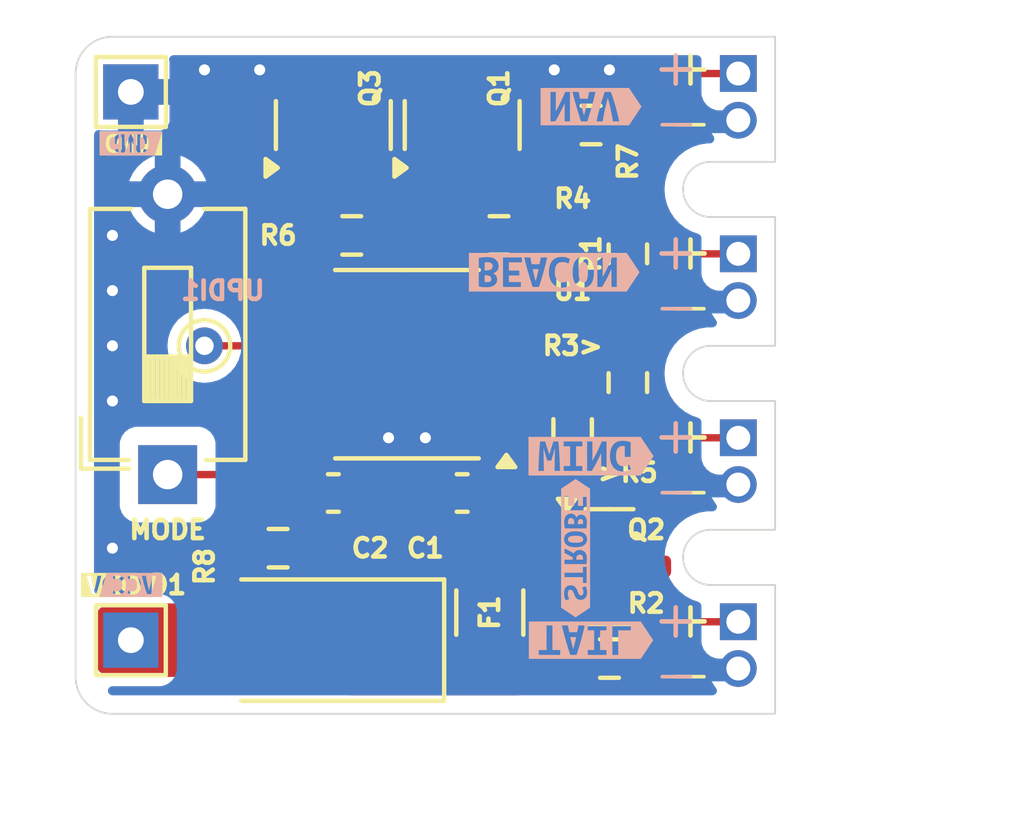
<source format=kicad_pcb>
(kicad_pcb (version 20240108) (generator "pcbnew") (generator_version "8.0")
  (layers (0 "F.Cu" signal) (31 "B.Cu" signal) (34 "B.Paste" user) (35 "F.Paste" user) (36 "B.SilkS" user "B.Silkscreen") (37 "F.SilkS" user "F.Silkscreen") (38 "B.Mask" user) (39 "F.Mask" user) (44 "Edge.Cuts" user))
  (net 0 "")
  (net 1 "-BATT")
  (net 2 "VCC")
  (net 3 "+BATT")
  (net 4 "Beacon")
  (net 5 "S_tail")
  (net 6 "S_wing")
  (net 7 "Net-(Q1-B)")
  (net 8 "Net-(Q1-E)")
  (net 9 "Net-(Q2-E)")
  (net 10 "Net-(Q2-B)")
  (net 11 "Net-(Q3-B)")
  (net 12 "Net-(Q3-E)")
  (net 13 "Net-(U1-PA6)")
  (net 14 "Mode")
  (net 15 "Net-(U1-PA1)")
  (net 16 "Net-(U1-PA7)")
  (net 18 "Net-(D1-K)")
  (net 19 "Net-(J1-Pin_1)")
  (net 20 "Net-(U1-~{RESET}{slash}PA0)")
  (footprint "Package_TO_SOT_SMD:SOT-23" (layer "F.Cu") (at 70.5 95 90)
    (property "Reference" "Q3" (at 1 1 90) (layer "F.SilkS") (effects (font (size 0.5 0.5) (thickness 0.125))))
    (property "Value" "BC817")
    (pad "1" smd roundrect (at -0.9375 -0.95 90) (size 1.475 0.6) (layers "F.Cu" "F.Paste" "F.Mask") (net 11 "Net-(Q3-B)"))
    (pad "2" smd roundrect (at -0.9375 0.95 90) (size 1.475 0.6) (layers "F.Cu" "F.Paste" "F.Mask") (net 12 "Net-(Q3-E)"))
    (pad "3" smd roundrect (at 0.9375 0 90) (size 1.475 0.6) (layers "F.Cu" "F.Paste" "F.Mask") (net 2 "VCC"))
  )
  (footprint "Resistor_SMD:R_0603_1608Metric_Pad0.98x0.95mm_HandSolder" (layer "F.Cu") (at 69 106.5 180)
    (property "Reference" "R8" (at 2 -0.5 90) (layer "F.SilkS") (effects (font (size 0.5 0.5) (thickness 0.125))))
    (property "Value" "R")
    (pad "1" smd roundrect (at -0.9125 0 180) (size 0.975 0.95) (layers "F.Cu" "F.Paste" "F.Mask") (net 2 "VCC"))
    (pad "2" smd roundrect (at 0.9125 0 180) (size 0.975 0.95) (layers "F.Cu" "F.Paste" "F.Mask") (net 14 "Mode"))
  )
  (footprint "Resistor_SMD:R_0603_1608Metric_Pad0.98x0.95mm_HandSolder" (layer "F.Cu") (at 78 109.5)
    (property "Reference" "R2" (at 1 -1.5 0) (layer "F.SilkS") (effects (font (size 0.5 0.5) (thickness 0.125))))
    (property "Value" "R")
    (pad "1" smd roundrect (at -0.9125 0) (size 0.975 0.95) (layers "F.Cu" "F.Paste" "F.Mask") (net 9 "Net-(Q2-E)"))
    (pad "2" smd roundrect (at 0.9125 0) (size 0.975 0.95) (layers "F.Cu" "F.Paste" "F.Mask") (net 5 "S_tail"))
  )
  (footprint "TestPoint:TestPoint_THTPad_1.5x1.5mm_Drill0.7mm" (layer "F.Cu") (at 65 94.1)
    (property "Reference" "GND" (hide yes))
    (property "Value" "TestPoint")
    (pad "1" thru_hole rect (at 0 0) (size 1.5 1.5) (drill 0.7) (layers "*.Cu" "*.Mask") (net 1 "-BATT"))
  )
  (footprint "Capacitor_SMD:C_0603_1608Metric_Pad1.08x0.95mm_HandSolder" (layer "F.Cu") (at 74 105 180)
    (property "Reference" "C1" (at 1 -1.5 0) (layer "F.SilkS") (effects (font (size 0.5 0.5) (thickness 0.125))))
    (property "Value" "100n")
    (pad "1" smd roundrect (at -0.8625 0 180) (size 1.075 0.95) (layers "F.Cu" "F.Paste" "F.Mask") (net 2 "VCC"))
    (pad "2" smd roundrect (at 0.8625 0 180) (size 1.075 0.95) (layers "F.Cu" "F.Paste" "F.Mask") (net 1 "-BATT"))
  )
  (footprint "Button_Switch_THT:SW_DIP_SPSTx01_Slide_6.7x4.1mm_W7.62mm_P2.54mm_LowProfile" (layer "F.Cu") (at 66 104.5 90)
    (property "Reference" "MODE" (at -1.5 0 180) (layer "F.SilkS") (effects (font (size 0.5 0.5) (thickness 0.125))))
    (property "Value" "SW_SPST")
    (pad "1" thru_hole rect (at 0 0 90) (size 1.6 1.6) (drill 0.8) (layers "*.Cu" "*.Mask") (net 14 "Mode"))
    (pad "2" thru_hole oval (at 7.62 0 90) (size 1.6 1.6) (drill 0.8) (layers "*.Cu" "*.Mask") (net 1 "-BATT"))
  )
  (footprint "Package_TO_SOT_SMD:SOT-23" (layer "F.Cu") (at 78 107)
    (property "Reference" "Q2" (at 1 -1 0) (layer "F.SilkS") (effects (font (size 0.5 0.5) (thickness 0.125))))
    (property "Value" "BC817")
    (pad "1" smd roundrect (at -0.9375 -0.95) (size 1.475 0.6) (layers "F.Cu" "F.Paste" "F.Mask") (net 10 "Net-(Q2-B)"))
    (pad "2" smd roundrect (at -0.9375 0.95) (size 1.475 0.6) (layers "F.Cu" "F.Paste" "F.Mask") (net 9 "Net-(Q2-E)"))
    (pad "3" smd roundrect (at 0.9375 0) (size 1.475 0.6) (layers "F.Cu" "F.Paste" "F.Mask") (net 2 "VCC"))
  )
  (footprint "kibuzzard-67A24956" (layer "F.Cu") (at 64.5 107.5)
    (property "Reference" "kibuzzard-67A24956" (hide yes))
    (property "Value" "G***" (hide yes))
  )
  (footprint "Connector_PinHeader_1.27mm:PinHeader_1x02_P1.27mm_Vertical" (layer "F.Cu") (at 81.5 103.5)
    (property "Reference" "J4" (hide yes))
    (property "Value" "Conn_01x02")
    (pad "1" thru_hole rect (at 0 0) (size 1 1) (drill 0.65) (layers "*.Cu" "*.Mask") (net 6 "S_wing"))
    (pad "2" thru_hole oval (at 0 1.27) (size 1 1) (drill 0.65) (layers "*.Cu" "*.Mask") (net 1 "-BATT"))
  )
  (footprint "Resistor_SMD:R_0603_1608Metric_Pad0.98x0.95mm_HandSolder" (layer "F.Cu") (at 77.5 95)
    (property "Reference" "R7" (at 1 1 90) (layer "F.SilkS") (effects (font (size 0.5 0.5) (thickness 0.125))))
    (property "Value" "R")
    (pad "1" smd roundrect (at -0.9125 0) (size 0.975 0.95) (layers "F.Cu" "F.Paste" "F.Mask") (net 2 "VCC"))
    (pad "2" smd roundrect (at 0.9125 0) (size 0.975 0.95) (layers "F.Cu" "F.Paste" "F.Mask") (net 19 "Net-(J1-Pin_1)"))
  )
  (footprint "Resistor_SMD:R_0603_1608Metric_Pad0.98x0.95mm_HandSolder" (layer "F.Cu") (at 78.5 102 -90)
    (property "Reference" "R3>" (at -1 1.5 180) (layer "F.SilkS") (effects (font (size 0.5 0.5) (thickness 0.125))))
    (property "Value" "R")
    (pad "1" smd roundrect (at -0.9125 0 270) (size 0.975 0.95) (layers "F.Cu" "F.Paste" "F.Mask") (net 12 "Net-(Q3-E)"))
    (pad "2" smd roundrect (at 0.9125 0 270) (size 0.975 0.95) (layers "F.Cu" "F.Paste" "F.Mask") (net 6 "S_wing"))
  )
  (footprint "Resistor_SMD:R_0603_1608Metric_Pad0.98x0.95mm_HandSolder" (layer "F.Cu") (at 75 98 180)
    (property "Reference" "R4" (at -2 1 0) (layer "F.SilkS") (effects (font (size 0.5 0.5) (thickness 0.125))))
    (property "Value" "R")
    (pad "1" smd roundrect (at -0.9125 0 180) (size 0.975 0.95) (layers "F.Cu" "F.Paste" "F.Mask") (net 15 "Net-(U1-PA1)"))
    (pad "2" smd roundrect (at 0.9125 0 180) (size 0.975 0.95) (layers "F.Cu" "F.Paste" "F.Mask") (net 7 "Net-(Q1-B)"))
  )
  (footprint "Resistor_SMD:R_0603_1608Metric_Pad0.98x0.95mm_HandSolder" (layer "F.Cu") (at 71 98 180)
    (property "Reference" "R6" (at 2 0 0) (layer "F.SilkS") (effects (font (size 0.5 0.5) (thickness 0.125))))
    (property "Value" "R")
    (pad "1" smd roundrect (at -0.9125 0 180) (size 0.975 0.95) (layers "F.Cu" "F.Paste" "F.Mask") (net 16 "Net-(U1-PA7)"))
    (pad "2" smd roundrect (at 0.9125 0 180) (size 0.975 0.95) (layers "F.Cu" "F.Paste" "F.Mask") (net 11 "Net-(Q3-B)"))
  )
  (footprint "Connector_PinHeader_1.27mm:PinHeader_1x02_P1.27mm_Vertical" (layer "F.Cu") (at 81.5 93.6)
    (property "Reference" "J1" (hide yes))
    (property "Value" "Conn_01x02")
    (pad "1" thru_hole rect (at 0 0) (size 1 1) (drill 0.65) (layers "*.Cu" "*.Mask") (net 19 "Net-(J1-Pin_1)"))
    (pad "2" thru_hole oval (at 0 1.27) (size 1 1) (drill 0.65) (layers "*.Cu" "*.Mask") (net 1 "-BATT"))
  )
  (footprint "Diode_SMD:D_SMA" (layer "F.Cu") (at 70 109 180)
    (property "Reference" "D1" (at 4 1.5 180) (layer "F.SilkS") (effects (font (size 0.5 0.5) (thickness 0.125))))
    (property "Value" "D")
    (pad "1" smd roundrect (at -2 0 180) (size 2.5 1.8) (layers "F.Cu" "F.Paste" "F.Mask") (roundrect_rratio 0.1388888889) (net 18 "Net-(D1-K)"))
    (pad "2" smd roundrect (at 2 0 180) (size 2.5 1.8) (layers "F.Cu" "F.Paste" "F.Mask") (roundrect_rratio 0.1388888889) (net 3 "+BATT"))
  )
  (footprint "Package_SO:SOIC-8_3.9x4.9mm_P1.27mm" (layer "F.Cu") (at 72.5 101.5 180)
    (property "Reference" "U1" (at -4.5 2 0) (layer "F.SilkS") (effects (font (size 0.5 0.5) (thickness 0.125))))
    (property "Value" "ATtiny402-SS")
    (pad "1" smd roundrect (at -2.475 -1.905 180) (size 1.95 0.6) (layers "F.Cu" "F.Paste" "F.Mask") (net 2 "VCC"))
    (pad "2" smd roundrect (at -2.475 -0.635 180) (size 1.95 0.6) (layers "F.Cu" "F.Paste" "F.Mask") (net 13 "Net-(U1-PA6)"))
    (pad "3" smd roundrect (at -2.475 0.635 180) (size 1.95 0.6) (layers "F.Cu" "F.Paste" "F.Mask") (net 16 "Net-(U1-PA7)"))
    (pad "4" smd roundrect (at -2.475 1.905 180) (size 1.95 0.6) (layers "F.Cu" "F.Paste" "F.Mask") (net 15 "Net-(U1-PA1)"))
    (pad "5" smd roundrect (at 2.475 1.905 180) (size 1.95 0.6) (layers "F.Cu" "F.Paste" "F.Mask"))
    (pad "6" smd roundrect (at 2.475 0.635 180) (size 1.95 0.6) (layers "F.Cu" "F.Paste" "F.Mask") (net 20 "Net-(U1-~{RESET}{slash}PA0)"))
    (pad "7" smd roundrect (at 2.475 -0.635 180) (size 1.95 0.6) (layers "F.Cu" "F.Paste" "F.Mask") (net 14 "Mode"))
    (pad "8" smd roundrect (at 2.475 -1.905 180) (size 1.95 0.6) (layers "F.Cu" "F.Paste" "F.Mask") (net 1 "-BATT"))
  )
  (footprint "Connector_PinHeader_1.27mm:PinHeader_1x02_P1.27mm_Vertical" (layer "F.Cu") (at 81.5 98.5)
    (property "Reference" "J2" (hide yes))
    (property "Value" "Conn_01x02")
    (pad "1" thru_hole rect (at 0 0) (size 1 1) (drill 0.65) (layers "*.Cu" "*.Mask") (net 4 "Beacon"))
    (pad "2" thru_hole oval (at 0 1.27) (size 1 1) (drill 0.65) (layers "*.Cu" "*.Mask") (net 1 "-BATT"))
  )
  (footprint "Package_TO_SOT_SMD:SOT-23" (layer "F.Cu") (at 74 95 90)
    (property "Reference" "Q1" (at 1 1 90) (layer "F.SilkS") (effects (font (size 0.5 0.5) (thickness 0.125))))
    (property "Value" "BC817")
    (pad "1" smd roundrect (at -0.9375 -0.95 90) (size 1.475 0.6) (layers "F.Cu" "F.Paste" "F.Mask") (net 7 "Net-(Q1-B)"))
    (pad "2" smd roundrect (at -0.9375 0.95 90) (size 1.475 0.6) (layers "F.Cu" "F.Paste" "F.Mask") (net 8 "Net-(Q1-E)"))
    (pad "3" smd roundrect (at 0.9375 0 90) (size 1.475 0.6) (layers "F.Cu" "F.Paste" "F.Mask") (net 2 "VCC"))
  )
  (footprint "Resistor_SMD:R_0603_1608Metric_Pad0.98x0.95mm_HandSolder" (layer "F.Cu") (at 78.5 98.5 -90)
    (property "Reference" "R1" (at 0 1 90) (layer "F.SilkS") (effects (font (size 0.5 0.5) (thickness 0.125))))
    (property "Value" "R")
    (pad "1" smd roundrect (at -0.9125 0 270) (size 0.975 0.95) (layers "F.Cu" "F.Paste" "F.Mask") (net 8 "Net-(Q1-E)"))
    (pad "2" smd roundrect (at 0.9125 0 270) (size 0.975 0.95) (layers "F.Cu" "F.Paste" "F.Mask") (net 4 "Beacon"))
  )
  (footprint "Connector_PinHeader_1.27mm:PinHeader_1x02_P1.27mm_Vertical" (layer "F.Cu") (at 81.5 108.5)
    (property "Reference" "J3" (hide yes))
    (property "Value" "Conn_01x02")
    (pad "1" thru_hole rect (at 0 0) (size 1 1) (drill 0.65) (layers "*.Cu" "*.Mask") (net 5 "S_tail"))
    (pad "2" thru_hole oval (at 0 1.27) (size 1 1) (drill 0.65) (layers "*.Cu" "*.Mask") (net 1 "-BATT"))
  )
  (footprint "Capacitor_SMD:C_0603_1608Metric_Pad1.08x0.95mm_HandSolder" (layer "F.Cu") (at 70.5 105)
    (property "Reference" "C2" (at 1 1.5 0) (layer "F.SilkS") (effects (font (size 0.5 0.5) (thickness 0.125))))
    (property "Value" "100n")
    (pad "1" smd roundrect (at -0.8625 0) (size 1.075 0.95) (layers "F.Cu" "F.Paste" "F.Mask") (net 14 "Mode"))
    (pad "2" smd roundrect (at 0.8625 0) (size 1.075 0.95) (layers "F.Cu" "F.Paste" "F.Mask") (net 1 "-BATT"))
  )
  (footprint "kibuzzard-67A24964" (layer "F.Cu") (at 65 95.5 180)
    (property "Reference" "kibuzzard-67A24964" (hide yes))
    (property "Value" "G***" (hide yes))
  )
  (footprint "TestPoint:TestPoint_THTPad_1.5x1.5mm_Drill0.7mm" (layer "F.Cu") (at 65 109)
    (property "Reference" "VCC" (hide yes))
    (property "Value" "TestPoint")
    (pad "1" thru_hole rect (at 0 0) (size 1.5 1.5) (drill 0.7) (layers "*.Cu" "*.Mask") (net 3 "+BATT"))
  )
  (footprint "Fuse:Fuse_1206_3216Metric_Pad1.42x1.75mm_HandSolder" (layer "F.Cu") (at 74.75 108.25 90)
    (property "Reference" "F1" (at 0 0 90) (layer "F.SilkS") (effects (font (size 0.5 0.5) (thickness 0.125))))
    (property "Value" "Fuse_Small")
    (pad "1" smd roundrect (at -1.4875 0 90) (size 1.425 1.75) (layers "F.Cu" "F.Paste" "F.Mask") (roundrect_rratio 0.175439) (net 18 "Net-(D1-K)"))
    (pad "2" smd roundrect (at 1.4875 0 90) (size 1.425 1.75) (layers "F.Cu" "F.Paste" "F.Mask") (roundrect_rratio 0.175439) (net 2 "VCC"))
  )
  (footprint "TestPoint:TestPoint_THTPad_D1.0mm_Drill0.5mm" (layer "F.Cu") (at 67 101)
    (property "Reference" "UPDI1" (at 0.5 -1.5 -0) (layer "B.SilkS") (effects (font (size 0.5 0.5) (thickness 0.125)) (justify mirror)))
    (property "Value" "UPDI")
    (pad "1" thru_hole circle (at 0 0) (size 1 1) (drill 0.5) (layers "*.Cu" "*.Mask") (net 20 "Net-(U1-~{RESET}{slash}PA0)"))
  )
  (footprint "Resistor_SMD:R_0603_1608Metric_Pad0.98x0.95mm_HandSolder" (layer "F.Cu") (at 77 103.25 90)
    (property "Reference" ">R5" (at -1.195 1.5 180) (layer "F.SilkS") (effects (font (size 0.5 0.5) (thickness 0.125))))
    (property "Value" "R")
    (pad "1" smd roundrect (at -0.9125 0 90) (size 0.975 0.95) (layers "F.Cu" "F.Paste" "F.Mask") (net 10 "Net-(Q2-B)"))
    (pad "2" smd roundrect (at 0.9125 0 90) (size 0.975 0.95) (layers "F.Cu" "F.Paste" "F.Mask") (net 13 "Net-(U1-PA6)"))
  )
  (footprint "kibuzzard-67A24964" (layer "B.Cu") (at 65 95.5)
    (property "Reference" "kibuzzard-67A24964" (hide yes))
    (property "Value" "G***" (hide yes))
  )
  (footprint "kibuzzard-67A246AC" (layer "B.Cu") (at 77.5 94.5)
    (property "Reference" "kibuzzard-67A246AC" (hide yes))
    (property "Value" "G***" (hide yes))
  )
  (footprint "kibuzzard-67A246B4" (layer "B.Cu") (at 77.5 109)
    (property "Reference" "kibuzzard-67A246B4" (hide yes))
    (property "Value" "G***" (hide yes))
  )
  (footprint "kibuzzard-67A246BB" (layer "B.Cu") (at 77.5 104)
    (property "Reference" "kibuzzard-67A246BB" (hide yes))
    (property "Value" "G***" (hide yes))
  )
  (footprint "kibuzzard-67A2469A" (layer "B.Cu") (at 76.5 99)
    (property "Reference" "kibuzzard-67A2469A" (hide yes))
    (property "Value" "G***" (hide yes))
  )
  (footprint "kibuzzard-67A248CF" (layer "B.Cu") (at 77.08 106.5 90)
    (property "Reference" "kibuzzard-67A248CF" (hide yes))
    (property "Value" "G***" (hide yes))
  )
  (footprint "kibuzzard-67A24956" (layer "B.Cu") (at 65 107.5 180)
    (property "Reference" "kibuzzard-67A24956" (hide yes))
    (property "Value" "G***" (hide yes))
  )
  (gr_line (start 63.5 93.6) (end 63.5 110) (stroke (width 0.05)) (layer "Edge.Cuts"))
  (gr_line (start 82.5 111) (end 64.5 111) (stroke (width 0.05)) (layer "Edge.Cuts"))
  (gr_line (start 82.5 96) (end 80.75 96) (stroke (width 0.05)) (layer "Edge.Cuts"))
  (gr_line (start 64.5 92.6) (end 82.5 92.6) (stroke (width 0.05)) (layer "Edge.Cuts"))
  (gr_arc (start 64.5 111) (mid 63.792893 110.707107) (end 63.5 110) (stroke (width 0.05)) (layer "Edge.Cuts"))
  (gr_line (start 82.5 106) (end 80.75 106) (stroke (width 0.05)) (layer "Edge.Cuts"))
  (gr_line (start 80.75 97.5) (end 82.5 97.5) (stroke (width 0.05)) (layer "Edge.Cuts"))
  (gr_line (start 82.5 101) (end 80.75 101) (stroke (width 0.05)) (layer "Edge.Cuts"))
  (gr_arc (start 80.75 97.5) (mid 80 96.75) (end 80.75 96) (stroke (width 0.05)) (layer "Edge.Cuts"))
  (gr_arc (start 80.75 102.5) (mid 80 101.75) (end 80.75 101) (stroke (width 0.05)) (layer "Edge.Cuts"))
  (gr_arc (start 80.75 107.5) (mid 80 106.75) (end 80.75 106) (stroke (width 0.05)) (layer "Edge.Cuts"))
  (gr_arc (start 63.5 93.6) (mid 63.792893 92.892893) (end 64.5 92.6) (stroke (width 0.05)) (layer "Edge.Cuts"))
  (gr_line (start 82.5 92.6) (end 82.5 96) (stroke (width 0.05)) (layer "Edge.Cuts"))
  (gr_line (start 80.75 107.5) (end 82.5 107.5) (stroke (width 0.05)) (layer "Edge.Cuts"))
  (gr_line (start 82.5 102.5) (end 82.5 106) (stroke (width 0.05)) (layer "Edge.Cuts"))
  (gr_line (start 82.5 97.5) (end 82.5 101) (stroke (width 0.05)) (layer "Edge.Cuts"))
  (gr_line (start 82.5 107.5) (end 82.5 111) (stroke (width 0.05)) (layer "Edge.Cuts"))
  (gr_line (start 80.75 102.5) (end 82.5 102.5) (stroke (width 0.05)) (layer "Edge.Cuts"))
  (gr_text "+" (at 80.5 104 -0) (layer "B.SilkS") (effects (font (size 1 1) (thickness 0.125)) (justify left bottom mirror)))
  (gr_text "-\n" (at 80.5 110.5 -0) (layer "B.SilkS") (effects (font (size 1 1) (thickness 0.1)) (justify left bottom mirror)))
  (gr_text "+" (at 80.5 94 -0) (layer "B.SilkS") (effects (font (size 1 1) (thickness 0.125)) (justify left bottom mirror)))
  (gr_text "-\n" (at 80.5 100.5 -0) (layer "B.SilkS") (effects (font (size 1 1) (thickness 0.1)) (justify left bottom mirror)))
  (gr_text "-\n" (at 80.5 95.5 -0) (layer "B.SilkS") (effects (font (size 1 1) (thickness 0.1)) (justify left bottom mirror)))
  (gr_text "-\n" (at 80.5 105.5 -0) (layer "B.SilkS") (effects (font (size 1 1) (thickness 0.1)) (justify left bottom mirror)))
  (gr_text "+" (at 80.5 99 -0) (layer "B.SilkS") (effects (font (size 1 1) (thickness 0.125)) (justify left bottom mirror)))
  (gr_text "+" (at 80.5 109 -0) (layer "B.SilkS") (effects (font (size 1 1) (thickness 0.125)) (justify left bottom mirror)))
  (gr_text "+" (at 79.5 104 0) (layer "F.SilkS") (effects (font (size 1 1) (thickness 0.125)) (justify left bottom)))
  (gr_text "+" (at 79.5 109 0) (layer "F.SilkS") (effects (font (size 1 1) (thickness 0.125)) (justify left bottom)))
  (gr_text "-\n" (at 79.5 105.5 0) (layer "F.SilkS") (effects (font (size 1 1) (thickness 0.1)) (justify left bottom)))
  (gr_text "+" (at 79.5 94 0) (layer "F.SilkS") (effects (font (size 1 1) (thickness 0.125)) (justify left bottom)))
  (gr_text "-\n" (at 79.5 95.5 0) (layer "F.SilkS") (effects (font (size 1 1) (thickness 0.1)) (justify left bottom)))
  (gr_text "-\n" (at 79.5 100.5 0) (layer "F.SilkS") (effects (font (size 1 1) (thickness 0.1)) (justify left bottom)))
  (gr_text "-\n" (at 79.5 110.5 0) (layer "F.SilkS") (effects (font (size 1 1) (thickness 0.1)) (justify left bottom)))
  (gr_text "+" (at 79.5 99 0) (layer "F.SilkS") (effects (font (size 1 1) (thickness 0.125)) (justify left bottom)))
  (via blind (at 72 103.5) (size 0.6) (drill 0.3) (layers "F.Cu" "B.Cu") (net 1))
  (via blind (at 76.5 93.5) (size 0.6) (drill 0.3) (layers "F.Cu" "B.Cu") (net 1))
  (via blind (at 68.5 93.5) (size 0.6) (drill 0.3) (layers "F.Cu" "B.Cu") (net 1))
  (via blind (at 64.5 98) (size 0.6) (drill 0.3) (layers "F.Cu" "B.Cu") (net 1))
  (via blind (at 64.5 99.5) (size 0.6) (drill 0.3) (layers "F.Cu" "B.Cu") (net 1))
  (via blind (at 64.5 106.5) (size 0.6) (drill 0.3) (layers "F.Cu" "B.Cu") (net 1))
  (via blind (at 64.5 102.5) (size 0.6) (drill 0.3) (layers "F.Cu" "B.Cu") (net 1))
  (via blind (at 78 93.5) (size 0.6) (drill 0.3) (layers "F.Cu" "B.Cu") (net 1))
  (via blind (at 73 103.5) (size 0.6) (drill 0.3) (layers "F.Cu" "B.Cu") (net 1))
  (via blind (at 64.5 101) (size 0.6) (drill 0.3) (layers "F.Cu" "B.Cu") (net 1))
  (via blind (at 67 93.5) (size 0.6) (drill 0.3) (layers "F.Cu" "B.Cu") (net 1))
  (segment (start 74.975 103.405) (end 74.38 103.405) (width 0.2) (layer "F.Cu") (net 2))
  (segment (start 74.975 106.5375) (end 74.75 106.7625) (width 0.2) (layer "F.Cu") (net 2))
  (segment (start 74.9875 107) (end 74.75 106.7625) (width 0.2) (layer "F.Cu") (net 2))
  (segment (start 71 98.954448) (end 71 97.225) (width 0.2) (layer "F.Cu") (net 2))
  (segment (start 73.5 102.525) (end 73.5 101.454448) (width 0.2) (layer "F.Cu") (net 2))
  (segment (start 78.9375 107) (end 74.9875 107) (width 0.2) (layer "F.Cu") (net 2))
  (segment (start 74.4875 106.5) (end 74.75 106.7625) (width 0.2) (layer "F.Cu") (net 2))
  (segment (start 75.65 94.0625) (end 76.5875 95) (width 0.2) (layer "F.Cu") (net 2))
  (segment (start 70.5 94.0625) (end 75.65 94.0625) (width 0.2) (layer "F.Cu") (net 2))
  (segment (start 74.38 103.405) (end 73.5 102.525) (width 0.2) (layer "F.Cu") (net 2))
  (segment (start 69.9125 106.5) (end 74.4875 106.5) (width 0.2) (layer "F.Cu") (net 2))
  (segment (start 73.5 101.454448) (end 71 98.954448) (width 0.2) (layer "F.Cu") (net 2))
  (segment (start 70.5 96.725) (end 70.5 94.0625) (width 0.2) (layer "F.Cu") (net 2))
  (segment (start 74.975 103.405) (end 74.975 106.5375) (width 0.2) (layer "F.Cu") (net 2))
  (segment (start 71 97.225) (end 70.5 96.725) (width 0.2) (layer "F.Cu") (net 2))
  (segment (start 81.5 98.5) (end 79.4125 98.5) (width 0.2) (layer "F.Cu") (net 4))
  (segment (start 79.4125 98.5) (end 78.5 99.4125) (width 0.2) (layer "F.Cu") (net 4))
  (segment (start 81.5 108.5) (end 79.9125 108.5) (width 0.2) (layer "F.Cu") (net 5))
  (segment (start 79.9125 108.5) (end 78.9125 109.5) (width 0.2) (layer "F.Cu") (net 5))
  (segment (start 79.0875 103.5) (end 78.5 102.9125) (width 0.2) (layer "F.Cu") (net 6))
  (segment (start 81.5 103.5) (end 79.0875 103.5) (width 0.2) (layer "F.Cu") (net 6))
  (segment (start 74.0875 98) (end 74.0875 96.975) (width 0.2) (layer "F.Cu") (net 7))
  (segment (start 74.0875 96.975) (end 73.05 95.9375) (width 0.2) (layer "F.Cu") (net 7))
  (segment (start 75.5125 96.5) (end 74.95 95.9375) (width 0.2) (layer "F.Cu") (net 8))
  (segment (start 77.4125 96.5) (end 75.5125 96.5) (width 0.2) (layer "F.Cu") (net 8))
  (segment (start 78.5 97.5875) (end 77.4125 96.5) (width 0.2) (layer "F.Cu") (net 8))
  (segment (start 77.0625 107.95) (end 77.0625 109.475) (width 0.2) (layer "F.Cu") (net 9))
  (segment (start 77.0625 109.475) (end 77.0875 109.5) (width 0.2) (layer "F.Cu") (net 9))
  (segment (start 77 104.1625) (end 77 105.9875) (width 0.2) (layer "F.Cu") (net 10))
  (segment (start 77 105.9875) (end 77.0625 106.05) (width 0.2) (layer "F.Cu") (net 10))
  (segment (start 69.55 97.4625) (end 70.0875 98) (width 0.2) (layer "F.Cu") (net 11))
  (segment (start 69.55 95.9375) (end 69.55 97.4625) (width 0.2) (layer "F.Cu") (net 11))
  (segment (start 73 99.235552) (end 73 97.4875) (width 0.2) (layer "F.Cu") (net 12))
  (segment (start 73 97.4875) (end 71.45 95.9375) (width 0.2) (layer "F.Cu") (net 12))
  (segment (start 73.959448 100.195) (end 73 99.235552) (width 0.2) (layer "F.Cu") (net 12))
  (segment (start 77.6075 100.195) (end 73.959448 100.195) (width 0.2) (layer "F.Cu") (net 12))
  (segment (start 78.5 101.0875) (end 77.6075 100.195) (width 0.2) (layer "F.Cu") (net 12))
  (segment (start 74.975 102.135) (end 76.7975 102.135) (width 0.2) (layer "F.Cu") (net 13))
  (segment (start 76.7975 102.135) (end 77 102.3375) (width 0.2) (layer "F.Cu") (net 13))
  (segment (start 68.440736 102.135) (end 68 102.575736) (width 0.2) (layer "F.Cu") (net 14))
  (segment (start 68 106.4125) (end 68.0875 106.5) (width 0.2) (layer "F.Cu") (net 14))
  (segment (start 70.025 102.135) (end 68.440736 102.135) (width 0.2) (layer "F.Cu") (net 14))
  (segment (start 68 105) (end 68.0875 105.0875) (width 0.2) (layer "F.Cu") (net 14))
  (segment (start 69.6375 105) (end 69.55 105.0875) (width 0.2) (layer "F.Cu") (net 14))
  (segment (start 69.55 105.0875) (end 68.0875 105.0875) (width 0.2) (layer "F.Cu") (net 14))
  (segment (start 68 105) (end 68 106.4125) (width 0.2) (layer "F.Cu") (net 14))
  (segment (start 68 104) (end 68 105) (width 0.2) (layer "F.Cu") (net 14))
  (segment (start 67.5 104.5) (end 68 104) (width 0.2) (layer "F.Cu") (net 14))
  (segment (start 68 102.575736) (end 68 105) (width 0.2) (layer "F.Cu") (net 14))
  (segment (start 66 104.5) (end 67.5 104.5) (width 0.2) (layer "F.Cu") (net 14))
  (segment (start 75.9125 98) (end 75.9125 98.6575) (width 0.2) (layer "F.Cu") (net 15))
  (segment (start 75.9125 98.6575) (end 74.975 99.595) (width 0.2) (layer "F.Cu") (net 15))
  (segment (start 74.000001 100.865) (end 74.975 100.865) (width 0.2) (layer "F.Cu") (net 16))
  (segment (start 71.9125 98) (end 71.9125 98.777499) (width 0.2) (layer "F.Cu") (net 16))
  (segment (start 71.9125 98.777499) (end 74.000001 100.865) (width 0.2) (layer "F.Cu") (net 16))
  (segment (start 79.8125 93.6) (end 78.4125 95) (width 0.2) (layer "F.Cu") (net 19))
  (segment (start 81.5 93.6) (end 79.8125 93.6) (width 0.2) (layer "F.Cu") (net 19))
  (segment (start 67 101) (end 69.89 101) (width 0.2) (layer "F.Cu") (net 20))
  (segment (start 69.89 101) (end 70.025 100.865) (width 0.2) (layer "F.Cu") (net 20))
  (zone (net 1) (net_name "-BATT") (layer "F.Cu") (priority 2) (connect_pads yes (clearance 0.5)) (min_thickness 0.25) (fill yes (thermal_gap 0.5) (thermal_bridge_width 0.5) (smoothing fillet) (radius 0.5))
    (polygon (pts (xy 69 103) (xy 73.5 103) (xy 73.5 105.5) (xy 71 105.5) (xy 70 104) (xy 69 104)))
  )
  (zone (net 3) (net_name "+BATT") (layer "F.Cu") (priority 1) (connect_pads yes (clearance 0.5)) (min_thickness 0.25) (fill yes (thermal_gap 0.5) (thermal_bridge_width 0.5) (smoothing fillet) (radius 0.5))
    (polygon (pts (xy 69.5 108) (xy 69.5 110) (xy 64 110) (xy 64 108)))
  )
  (zone (net 18) (net_name "Net-(D1-K)") (layer "F.Cu") (priority 1) (connect_pads yes (clearance 0.5)) (min_thickness 0.25) (fill yes (thermal_gap 0.5) (thermal_bridge_width 0.5) (smoothing fillet) (radius 0.5))
    (polygon (pts (xy 73.5 108) (xy 76 109) (xy 76 110.5) (xy 73.5 110.5) (xy 73.5 110.5) (xy 70.5 110.5) (xy 70.5 108)))
  )
  (zone (net 1) (net_name "-BATT") (layer "B.Cu") (connect_pads (clearance 0.5)) (min_thickness 0.25) (fill yes (thermal_gap 0.3) (thermal_bridge_width 0.7))
    (polygon (pts (xy 83.5 92) (xy 83.5 111.5) (xy 63 111.5) (xy 63 92)))
  )
)
</source>
